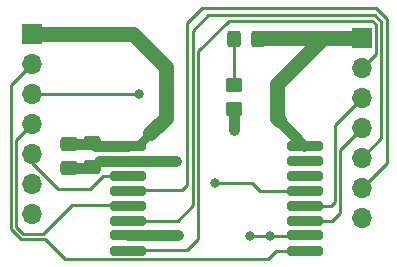
<source format=gbr>
%TF.GenerationSoftware,KiCad,Pcbnew,6.0.5-a6ca702e91~116~ubuntu20.04.1*%
%TF.CreationDate,2022-05-07T22:14:54-05:00*%
%TF.ProjectId,Ebyte_E28-2G4M27S_2_4GHz_LoRa_v001,45627974-655f-4453-9238-2d3247344d32,rev?*%
%TF.SameCoordinates,Original*%
%TF.FileFunction,Copper,L1,Top*%
%TF.FilePolarity,Positive*%
%FSLAX46Y46*%
G04 Gerber Fmt 4.6, Leading zero omitted, Abs format (unit mm)*
G04 Created by KiCad (PCBNEW 6.0.5-a6ca702e91~116~ubuntu20.04.1) date 2022-05-07 22:14:54*
%MOMM*%
%LPD*%
G01*
G04 APERTURE LIST*
G04 Aperture macros list*
%AMRoundRect*
0 Rectangle with rounded corners*
0 $1 Rounding radius*
0 $2 $3 $4 $5 $6 $7 $8 $9 X,Y pos of 4 corners*
0 Add a 4 corners polygon primitive as box body*
4,1,4,$2,$3,$4,$5,$6,$7,$8,$9,$2,$3,0*
0 Add four circle primitives for the rounded corners*
1,1,$1+$1,$2,$3*
1,1,$1+$1,$4,$5*
1,1,$1+$1,$6,$7*
1,1,$1+$1,$8,$9*
0 Add four rect primitives between the rounded corners*
20,1,$1+$1,$2,$3,$4,$5,0*
20,1,$1+$1,$4,$5,$6,$7,0*
20,1,$1+$1,$6,$7,$8,$9,0*
20,1,$1+$1,$8,$9,$2,$3,0*%
G04 Aperture macros list end*
%TA.AperFunction,SMDPad,CuDef*%
%ADD10RoundRect,0.200000X-1.300000X-0.200000X1.300000X-0.200000X1.300000X0.200000X-1.300000X0.200000X0*%
%TD*%
%TA.AperFunction,SMDPad,CuDef*%
%ADD11RoundRect,0.250000X-0.475000X0.337500X-0.475000X-0.337500X0.475000X-0.337500X0.475000X0.337500X0*%
%TD*%
%TA.AperFunction,ComponentPad*%
%ADD12R,1.700000X1.700000*%
%TD*%
%TA.AperFunction,ComponentPad*%
%ADD13O,1.700000X1.700000*%
%TD*%
%TA.AperFunction,SMDPad,CuDef*%
%ADD14RoundRect,0.250000X0.450000X-0.350000X0.450000X0.350000X-0.450000X0.350000X-0.450000X-0.350000X0*%
%TD*%
%TA.AperFunction,SMDPad,CuDef*%
%ADD15RoundRect,0.250000X0.325000X0.450000X-0.325000X0.450000X-0.325000X-0.450000X0.325000X-0.450000X0*%
%TD*%
%TA.AperFunction,ViaPad*%
%ADD16C,0.800000*%
%TD*%
%TA.AperFunction,Conductor*%
%ADD17C,1.250000*%
%TD*%
%TA.AperFunction,Conductor*%
%ADD18C,0.250000*%
%TD*%
%TA.AperFunction,Conductor*%
%ADD19C,0.900000*%
%TD*%
%TA.AperFunction,Conductor*%
%ADD20C,0.750000*%
%TD*%
G04 APERTURE END LIST*
D10*
%TO.P,U1,1,3.3V*%
%TO.N,VCC*%
X147809470Y-87740000D03*
%TO.P,U1,2,GND*%
%TO.N,GND*%
X147809470Y-89010000D03*
%TO.P,U1,3,MISO_TX*%
%TO.N,D12{slash}MISO*%
X147809470Y-90280000D03*
%TO.P,U1,4,MOSI_RX*%
%TO.N,D11{slash}MOSI*%
X147809470Y-91550000D03*
%TO.P,U1,5,SCK_RTS*%
%TO.N,D13{slash}SCK*%
X147809470Y-92820000D03*
%TO.P,U1,6,NSS_CTS*%
%TO.N,D10{slash}SS*%
X147809470Y-94090000D03*
%TO.P,U1,7,GND*%
%TO.N,GND*%
X147790531Y-95347679D03*
%TO.P,U1,8,RX_EN*%
%TO.N,D5*%
X147809470Y-96630000D03*
%TO.P,U1,9,TX_EN*%
%TO.N,D4*%
X162809470Y-96630000D03*
%TO.P,U1,10,GND*%
%TO.N,GND*%
X162790531Y-95347679D03*
%TO.P,U1,11,NRESET*%
%TO.N,D9*%
X162809470Y-94090000D03*
%TO.P,U1,12,BUSY*%
%TO.N,D7*%
X162809470Y-92820000D03*
%TO.P,U1,13,DI01*%
%TO.N,D3*%
X162809470Y-91550000D03*
%TO.P,U1,14,DI02*%
%TO.N,unconnected-(U1-Pad14)*%
X162809470Y-90280000D03*
%TO.P,U1,15,DI03*%
%TO.N,unconnected-(U1-Pad15)*%
X162809470Y-89010000D03*
%TO.P,U1,16,GND*%
%TO.N,GND*%
X162809470Y-87740000D03*
%TD*%
D11*
%TO.P,C1,1*%
%TO.N,VCC*%
X144800000Y-87500000D03*
%TO.P,C1,2*%
%TO.N,GND*%
X144800000Y-89575000D03*
%TD*%
%TO.P,C2,1*%
%TO.N,VCC*%
X142800000Y-87562500D03*
%TO.P,C2,2*%
%TO.N,GND*%
X142800000Y-89637500D03*
%TD*%
D12*
%TO.P,J1,1,Pin_1*%
%TO.N,VCC*%
X139700000Y-78300000D03*
D13*
%TO.P,J1,2,Pin_2*%
%TO.N,D4*%
X139700000Y-80840000D03*
%TO.P,J1,3,Pin_3*%
%TO.N,D3*%
X139700000Y-83380000D03*
%TO.P,J1,4,Pin_4*%
%TO.N,D13{slash}SCK*%
X139700000Y-85920000D03*
%TO.P,J1,5,Pin_5*%
%TO.N,D12{slash}MISO*%
X139700000Y-88460000D03*
%TO.P,J1,6,Pin_6*%
%TO.N,D2{slash}INT0*%
X139700000Y-91000000D03*
%TO.P,J1,7,Pin_7*%
%TO.N,A5{slash}SCL*%
X139700000Y-93540000D03*
%TD*%
D12*
%TO.P,J2,1,Pin_1*%
%TO.N,GND*%
X167640000Y-78600000D03*
D13*
%TO.P,J2,2,Pin_2*%
%TO.N,D5*%
X167640000Y-81140000D03*
%TO.P,J2,3,Pin_3*%
%TO.N,D7*%
X167640000Y-83680000D03*
%TO.P,J2,4,Pin_4*%
%TO.N,D9*%
X167640000Y-86220000D03*
%TO.P,J2,5,Pin_5*%
%TO.N,D10{slash}SS*%
X167640000Y-88760000D03*
%TO.P,J2,6,Pin_6*%
%TO.N,D11{slash}MOSI*%
X167640000Y-91300000D03*
%TO.P,J2,7,Pin_7*%
%TO.N,D6*%
X167640000Y-93840000D03*
%TD*%
D14*
%TO.P,R1,1*%
%TO.N,D6*%
X156800000Y-84600000D03*
%TO.P,R1,2*%
%TO.N,Net-(D1-Pad2)*%
X156800000Y-82600000D03*
%TD*%
D15*
%TO.P,D1,1,K*%
%TO.N,GND*%
X158850000Y-78700000D03*
%TO.P,D1,2,A*%
%TO.N,Net-(D1-Pad2)*%
X156800000Y-78700000D03*
%TD*%
D16*
%TO.N,GND*%
X150600000Y-89100000D03*
X152100000Y-95300000D03*
X150400000Y-95300000D03*
X152000000Y-89100000D03*
X158100000Y-95400000D03*
X159800000Y-95400000D03*
%TO.N,D3*%
X155200000Y-90900000D03*
X148700000Y-83400000D03*
%TO.N,D6*%
X156800000Y-86400000D03*
%TD*%
D17*
%TO.N,VCC*%
X151000000Y-85400000D02*
X151000000Y-81100000D01*
X151000000Y-81100000D02*
X148200000Y-78300000D01*
D18*
X145040000Y-87740000D02*
X144800000Y-87500000D01*
D19*
X142800000Y-87562500D02*
X144737500Y-87562500D01*
D17*
X148200000Y-78300000D02*
X139700000Y-78300000D01*
D20*
X148660000Y-87740000D02*
X149700000Y-86700000D01*
D18*
X147849470Y-87700000D02*
X147809470Y-87740000D01*
D20*
X147809470Y-87740000D02*
X148660000Y-87740000D01*
D18*
X149000000Y-87700000D02*
X147849470Y-87700000D01*
D17*
X149700000Y-86700000D02*
X151000000Y-85400000D01*
D18*
X144737500Y-87562500D02*
X144800000Y-87500000D01*
D19*
X147809470Y-87740000D02*
X145040000Y-87740000D01*
D18*
%TO.N,GND*%
X145365000Y-89010000D02*
X144800000Y-89575000D01*
X158100000Y-95400000D02*
X162738210Y-95400000D01*
D19*
X147790531Y-95347679D02*
X152052321Y-95347679D01*
D18*
X144737500Y-89637500D02*
X144800000Y-89575000D01*
D17*
X164300000Y-78600000D02*
X160400000Y-82500000D01*
X158925000Y-78700000D02*
X159025000Y-78600000D01*
X166100000Y-78600000D02*
X164300000Y-78600000D01*
D18*
X152052321Y-95347679D02*
X152100000Y-95300000D01*
X147799470Y-89000000D02*
X147809470Y-89010000D01*
D19*
X147809470Y-89010000D02*
X145365000Y-89010000D01*
X147809470Y-89010000D02*
X151910000Y-89010000D01*
D17*
X160400000Y-85400000D02*
X160600000Y-85600000D01*
D19*
X142800000Y-89637500D02*
X144737500Y-89637500D01*
D17*
X167640000Y-78600000D02*
X166100000Y-78600000D01*
D19*
X160400000Y-85400000D02*
X162740000Y-87740000D01*
D17*
X160400000Y-82500000D02*
X160400000Y-85400000D01*
D18*
X144237500Y-89637500D02*
X144300000Y-89575000D01*
D17*
X159025000Y-78600000D02*
X165900000Y-78600000D01*
D18*
X162738210Y-95400000D02*
X162790531Y-95347679D01*
X151910000Y-89010000D02*
X152000000Y-89100000D01*
X166000000Y-78700000D02*
X166100000Y-78600000D01*
%TO.N,Net-(D1-Pad2)*%
X156800000Y-82600000D02*
X156800000Y-78700000D01*
%TO.N,D4*%
X137900000Y-94835717D02*
X138713803Y-95649520D01*
X146292207Y-97354520D02*
X159645480Y-97354520D01*
X139700000Y-80840000D02*
X137900000Y-82640000D01*
X160370000Y-96630000D02*
X162809470Y-96630000D01*
X146242207Y-97304520D02*
X146292207Y-97354520D01*
X138713803Y-95649520D02*
X140786198Y-95649520D01*
X140786198Y-95649520D02*
X142441198Y-97304520D01*
X142441198Y-97304520D02*
X146242207Y-97304520D01*
X159645480Y-97354520D02*
X160370000Y-96630000D01*
X137900000Y-82640000D02*
X137900000Y-94835717D01*
%TO.N,D3*%
X155200000Y-90900000D02*
X158300000Y-90900000D01*
X158950000Y-91550000D02*
X162809470Y-91550000D01*
X139700000Y-83380000D02*
X148680000Y-83380000D01*
X148680000Y-83380000D02*
X148700000Y-83400000D01*
X158300000Y-90900000D02*
X158950000Y-91550000D01*
%TO.N,D13{slash}SCK*%
X143030000Y-92770000D02*
X146200000Y-92770000D01*
X139700000Y-85920000D02*
X138349520Y-87270480D01*
X140600000Y-95200000D02*
X143030000Y-92770000D01*
X138349520Y-94649520D02*
X138900000Y-95200000D01*
X138900000Y-95200000D02*
X140600000Y-95200000D01*
X138349520Y-87270480D02*
X138349520Y-94649520D01*
%TO.N,D12{slash}MISO*%
X144600000Y-91400000D02*
X141900000Y-91400000D01*
X139700000Y-89200000D02*
X139700000Y-88460000D01*
X145720000Y-90280000D02*
X144600000Y-91400000D01*
X147809470Y-90280000D02*
X145720000Y-90280000D01*
X141900000Y-91400000D02*
X139700000Y-89200000D01*
%TO.N,D5*%
X147859470Y-96580000D02*
X152820000Y-96580000D01*
X168814511Y-77459531D02*
X168814511Y-79965489D01*
X153749520Y-95650480D02*
X153749520Y-79750480D01*
X168504500Y-77149520D02*
X168814511Y-77459531D01*
X147809470Y-96630000D02*
X147859470Y-96580000D01*
X168814511Y-79965489D02*
X167640000Y-81140000D01*
X152820000Y-96580000D02*
X153749520Y-95650480D01*
X156350480Y-77149520D02*
X168504500Y-77149520D01*
X153749520Y-79750480D02*
X156350480Y-77149520D01*
%TO.N,D7*%
X165300000Y-86020000D02*
X167640000Y-83680000D01*
X164980000Y-92820000D02*
X165300000Y-92500000D01*
X164980000Y-92820000D02*
X162809470Y-92820000D01*
X165300000Y-92500000D02*
X165300000Y-86020000D01*
%TO.N,D9*%
X165110000Y-94090000D02*
X165749520Y-93450480D01*
X162809470Y-94090000D02*
X165110000Y-94090000D01*
X165749520Y-88110480D02*
X167640000Y-86220000D01*
X165749520Y-93450480D02*
X165749520Y-88110480D01*
%TO.N,D10{slash}SS*%
X169264031Y-87135969D02*
X169264031Y-77273333D01*
X152010000Y-94090000D02*
X147809470Y-94090000D01*
X153300000Y-78000000D02*
X153300000Y-92800000D01*
X153300000Y-92800000D02*
X152010000Y-94090000D01*
X154600000Y-76700000D02*
X153300000Y-78000000D01*
X169264031Y-77273333D02*
X168690698Y-76700000D01*
X168690698Y-76700000D02*
X154600000Y-76700000D01*
X167640000Y-88760000D02*
X169264031Y-87135969D01*
%TO.N,D11{slash}MOSI*%
X169713551Y-77038571D02*
X168774980Y-76100000D01*
X168774980Y-76100000D02*
X154100000Y-76100000D01*
X167640000Y-91300000D02*
X169713551Y-89226449D01*
X152800000Y-91100000D02*
X152400000Y-91500000D01*
X147859470Y-91500000D02*
X147809470Y-91550000D01*
X152800000Y-77400000D02*
X152800000Y-91100000D01*
X152400000Y-91500000D02*
X147859470Y-91500000D01*
X154100000Y-76100000D02*
X152800000Y-77400000D01*
X169713551Y-89226449D02*
X169713551Y-77038571D01*
D19*
%TO.N,D6*%
X156800000Y-86400000D02*
X156800000Y-84600000D01*
%TD*%
M02*

</source>
